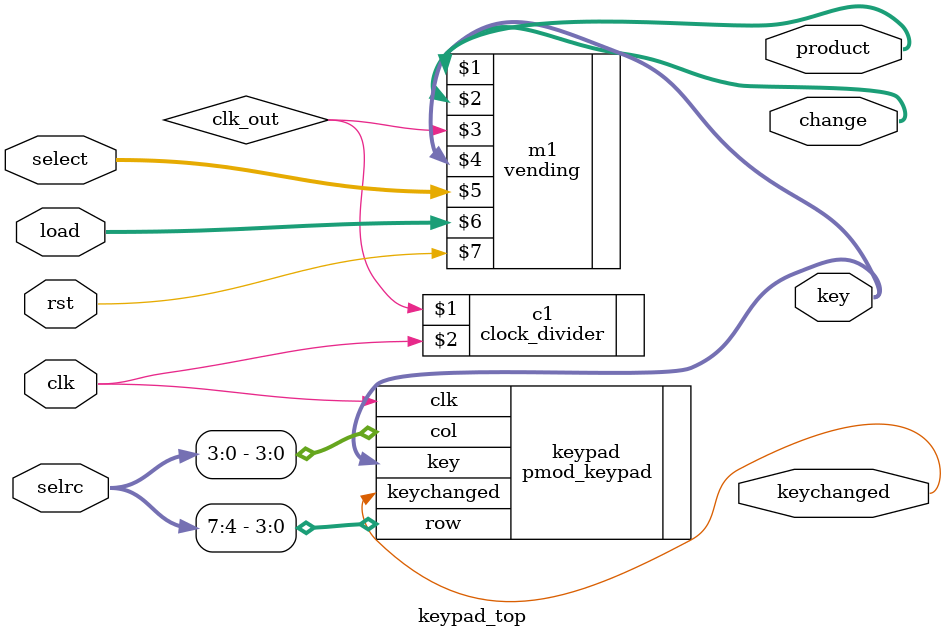
<source format=v>
`timescale 1ns / 1ps


module keypad_top(
    input clk,
    inout [7:0] selrc,//select lines for row and coloumn 
    //output [6:0] seg
    output [3:0] key,
     output keychanged,     
     output [1:0] product,
    output [1:0] change,
    //output reg [1:0] outofstock,
     //money[0]=5/-,money[1]=10/-
    input [1:0] select,
    input [1:0] load,
    input rst
    );
    clock_divider c1(clk_out,clk);
 
    // interconnect wiring
    //wire [3:0] key;
     
    // only using 1 digit of sseg display
    // assign an = 4'b1110;
         
    // instantiate the keypad circuit
    pmod_keypad keypad(
        .clk(clk), 
        .col(selrc[3:0]), 
        .row(selrc[7:4]), 
        .key(key),
          .keychanged(keychanged)
    );
    //push_button p1(key_out,key,clk_out);
    
     vending m1(product,change,clk_out,key,select,load,rst);  
       
endmodule
     
     
     


</source>
